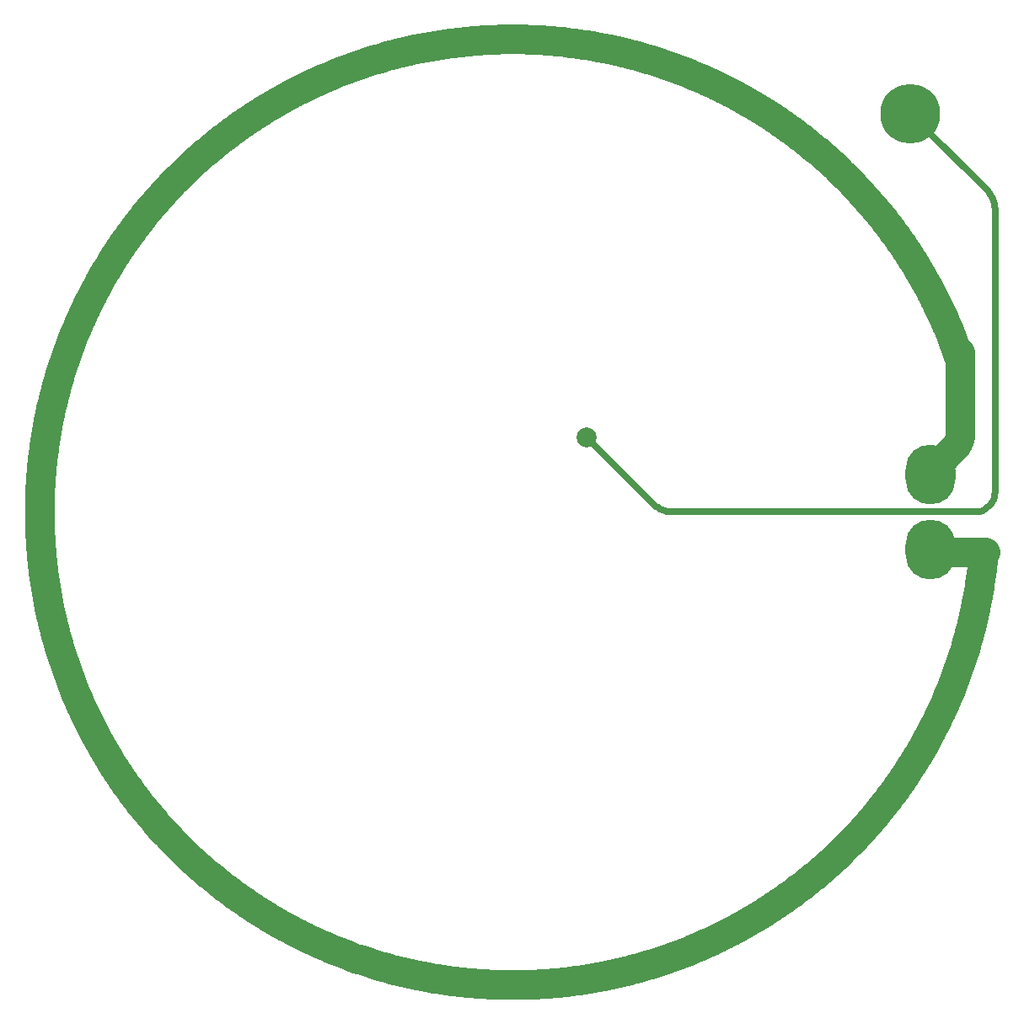
<source format=gbl>
G04 Layer_Physical_Order=2*
G04 Layer_Color=16711680*
%FSLAX25Y25*%
%MOIN*%
G70*
G01*
G75*
%ADD10C,0.07874*%
%ADD11C,0.02756*%
%ADD12C,0.11811*%
%ADD13O,0.19685X0.23622*%
%ADD14C,0.23622*%
D10*
X29528Y29528D02*
D03*
D11*
X190945Y119874D02*
X190897Y120854D01*
X190753Y121825D01*
X190514Y122776D01*
X190184Y123700D01*
X189764Y124588D01*
X189260Y125429D01*
X188675Y126217D01*
X188016Y126945D01*
X183071Y0D02*
X184099Y67D01*
X185109Y268D01*
X186084Y599D01*
X187008Y1055D01*
X187864Y1627D01*
X188639Y2306D01*
X189318Y3081D01*
X189890Y3937D01*
X190346Y4861D01*
X190677Y5836D01*
X190877Y6846D01*
X190945Y7874D01*
X56126Y2929D02*
X56853Y2270D01*
X57642Y1685D01*
X58483Y1181D01*
X59370Y761D01*
X60294Y431D01*
X61246Y192D01*
X62217Y48D01*
X63197Y0D01*
X160433Y154527D02*
X188016Y126945D01*
X190945Y45276D02*
Y119874D01*
Y7874D02*
Y45276D01*
X173228Y0D02*
X183071D01*
X63197D02*
X173228D01*
X29528Y29528D02*
X56126Y2929D01*
D12*
X163386Y13780D02*
X164313Y13871D01*
X165205Y14141D01*
X166026Y14580D01*
X166746Y15171D01*
X174236Y24630D02*
X174896Y25357D01*
X175480Y26145D01*
X175985Y26987D01*
X176404Y27874D01*
X176735Y28798D01*
X176973Y29750D01*
X177117Y30721D01*
X177165Y31701D01*
X176602Y61513D02*
X176270Y62457D01*
X175933Y63399D01*
X175592Y64339D01*
X175245Y65277D01*
X174893Y66214D01*
X174537Y67149D01*
X174175Y68081D01*
X173808Y69012D01*
X173436Y69941D01*
X173060Y70868D01*
X172678Y71793D01*
X172292Y72715D01*
X171900Y73636D01*
X171504Y74555D01*
X171103Y75471D01*
X170696Y76385D01*
X170285Y77297D01*
X169869Y78207D01*
X169449Y79115D01*
X169023Y80020D01*
X168593Y80923D01*
X168157Y81824D01*
X167717Y82722D01*
X167272Y83618D01*
X166822Y84512D01*
X166368Y85403D01*
X165909Y86292D01*
X165445Y87178D01*
X164976Y88062D01*
X164503Y88943D01*
X164024Y89822D01*
X163541Y90698D01*
X163054Y91572D01*
X162562Y92443D01*
X162065Y93311D01*
X161563Y94177D01*
X161057Y95039D01*
X160547Y95900D01*
X160031Y96757D01*
X159511Y97612D01*
X158987Y98464D01*
X158458Y99313D01*
X157924Y100159D01*
X157386Y101003D01*
X156844Y101843D01*
X156297Y102681D01*
X155745Y103515D01*
X155189Y104347D01*
X154629Y105176D01*
X154064Y106001D01*
X153495Y106824D01*
X152921Y107644D01*
X152343Y108460D01*
X151760Y109274D01*
X151174Y110084D01*
X150583Y110891D01*
X149987Y111695D01*
X149388Y112496D01*
X148784Y113293D01*
X148176Y114087D01*
X147563Y114878D01*
X146947Y115666D01*
X146326Y116451D01*
X145701Y117232D01*
X145071Y118009D01*
X144438Y118784D01*
X143800Y119555D01*
X143159Y120323D01*
X142513Y121087D01*
X141863Y121847D01*
X141209Y122604D01*
X140552Y123358D01*
X139890Y124108D01*
X139224Y124855D01*
X138554Y125598D01*
X137880Y126337D01*
X137202Y127073D01*
X136520Y127805D01*
X135835Y128533D01*
X135145Y129258D01*
X134452Y129980D01*
X133755Y130697D01*
X133054Y131411D01*
X132349Y132120D01*
X131640Y132826D01*
X130927Y133529D01*
X130211Y134227D01*
X129491Y134922D01*
X128768Y135613D01*
X128040Y136300D01*
X127309Y136983D01*
X126575Y137662D01*
X125837Y138337D01*
X125095Y139008D01*
X124349Y139675D01*
X123600Y140339D01*
X122848Y140998D01*
X122092Y141653D01*
X121332Y142304D01*
X120569Y142951D01*
X119803Y143594D01*
X119033Y144233D01*
X118260Y144868D01*
X117483Y145498D01*
X116703Y146124D01*
X115920Y146747D01*
X115133Y147365D01*
X114343Y147978D01*
X113550Y148588D01*
X112753Y149193D01*
X111953Y149794D01*
X111151Y150391D01*
X110344Y150984D01*
X109535Y151572D01*
X108723Y152155D01*
X107907Y152735D01*
X107089Y153310D01*
X106267Y153881D01*
X105442Y154447D01*
X104614Y155009D01*
X103784Y155566D01*
X102950Y156119D01*
X102113Y156668D01*
X101274Y157212D01*
X100432Y157751D01*
X99586Y158286D01*
X98738Y158817D01*
X97887Y159343D01*
X97033Y159864D01*
X96176Y160381D01*
X95317Y160893D01*
X94455Y161401D01*
X93590Y161904D01*
X92723Y162402D01*
X91853Y162896D01*
X90980Y163385D01*
X90105Y163869D01*
X89227Y164349D01*
X88346Y164824D01*
X87463Y165294D01*
X86578Y165760D01*
X85690Y166220D01*
X84799Y166676D01*
X83907Y167128D01*
X83011Y167574D01*
X82114Y168016D01*
X81214Y168453D01*
X80312Y168885D01*
X79407Y169312D01*
X78500Y169734D01*
X77591Y170152D01*
X76680Y170564D01*
X75766Y170972D01*
X74850Y171375D01*
X73932Y171773D01*
X73013Y172166D01*
X72091Y172554D01*
X71166Y172937D01*
X70240Y173316D01*
X69312Y173689D01*
X68382Y174057D01*
X67450Y174420D01*
X66516Y174779D01*
X65580Y175132D01*
X64642Y175480D01*
X63702Y175824D01*
X62761Y176162D01*
X61818Y176495D01*
X60873Y176823D01*
X59926Y177146D01*
X58978Y177464D01*
X58027Y177777D01*
X57075Y178085D01*
X56122Y178388D01*
X55167Y178686D01*
X54210Y178978D01*
X53252Y179266D01*
X52292Y179548D01*
X51331Y179825D01*
X50368Y180097D01*
X49404Y180364D01*
X48439Y180626D01*
X47472Y180882D01*
X46503Y181134D01*
X45534Y181380D01*
X44563Y181621D01*
X43591Y181857D01*
X42617Y182087D01*
X41642Y182313D01*
X40667Y182533D01*
X39690Y182748D01*
X38711Y182957D01*
X37732Y183162D01*
X36752Y183361D01*
X35770Y183555D01*
X34788Y183744D01*
X33805Y183927D01*
X32820Y184105D01*
X31835Y184278D01*
X30849Y184446D01*
X29861Y184608D01*
X28873Y184766D01*
X27885Y184917D01*
X26895Y185064D01*
X25905Y185205D01*
X24914Y185341D01*
X23922Y185472D01*
X22929Y185597D01*
X21936Y185717D01*
X20942Y185832D01*
X19948Y185941D01*
X18953Y186045D01*
X17957Y186144D01*
X16961Y186237D01*
X15965Y186325D01*
X14968Y186408D01*
X13970Y186485D01*
X12973Y186557D01*
X11974Y186624D01*
X10976Y186686D01*
X9977Y186741D01*
X8978Y186792D01*
X7979Y186838D01*
X6979Y186878D01*
X5979Y186912D01*
X4979Y186942D01*
X3979Y186966D01*
X2979Y186984D01*
X1979Y186997D01*
X978Y187005D01*
X-22Y187008D01*
X-1023Y187005D01*
X-2023Y186997D01*
X-3023Y186983D01*
X-4023Y186965D01*
X-5023Y186940D01*
X-6024Y186911D01*
X-7023Y186876D01*
X-8023Y186836D01*
X-9022Y186790D01*
X-10021Y186739D01*
X-11020Y186683D01*
X-12019Y186621D01*
X-13017Y186554D01*
X-14015Y186482D01*
X-15012Y186404D01*
X-16009Y186321D01*
X-17005Y186233D01*
X-18001Y186140D01*
X-18997Y186040D01*
X-19992Y185936D01*
X-20986Y185827D01*
X-21980Y185712D01*
X-22973Y185591D01*
X-23966Y185466D01*
X-24957Y185335D01*
X-25949Y185199D01*
X-26939Y185057D01*
X-27928Y184911D01*
X-28917Y184759D01*
X-29905Y184601D01*
X-30892Y184439D01*
X-31878Y184271D01*
X-32864Y184098D01*
X-33848Y183919D01*
X-34832Y183735D01*
X-35814Y183546D01*
X-36795Y183352D01*
X-37775Y183153D01*
X-38755Y182948D01*
X-39733Y182738D01*
X-40710Y182523D01*
X-41686Y182303D01*
X-42660Y182077D01*
X-43634Y181846D01*
X-44606Y181610D01*
X-45577Y181369D01*
X-46546Y181123D01*
X-47515Y180871D01*
X-48481Y180614D01*
X-49447Y180352D01*
X-50411Y180085D01*
X-51374Y179813D01*
X-52335Y179535D01*
X-53294Y179253D01*
X-54253Y178965D01*
X-55209Y178673D01*
X-56164Y178375D01*
X-57118Y178072D01*
X-58069Y177764D01*
X-59020Y177450D01*
X-59968Y177132D01*
X-60915Y176809D01*
X-61860Y176480D01*
X-62803Y176147D01*
X-63744Y175809D01*
X-64684Y175465D01*
X-65622Y175116D01*
X-66557Y174763D01*
X-67491Y174404D01*
X-68423Y174041D01*
X-69353Y173672D01*
X-70281Y173299D01*
X-71207Y172920D01*
X-72131Y172537D01*
X-73053Y172149D01*
X-73973Y171755D01*
X-74891Y171357D01*
X-75807Y170954D01*
X-76720Y170546D01*
X-77631Y170133D01*
X-78540Y169716D01*
X-79447Y169293D01*
X-80352Y168866D01*
X-81254Y168433D01*
X-82154Y167996D01*
X-83051Y167554D01*
X-83946Y167108D01*
X-84839Y166656D01*
X-85729Y166200D01*
X-86617Y165739D01*
X-87502Y165273D01*
X-88385Y164803D01*
X-89266Y164328D01*
X-90144Y163848D01*
X-91019Y163363D01*
X-91891Y162874D01*
X-92761Y162380D01*
X-93629Y161881D01*
X-94493Y161378D01*
X-95355Y160871D01*
X-96214Y160358D01*
X-97071Y159841D01*
X-97925Y159320D01*
X-98775Y158793D01*
X-99623Y158263D01*
X-100469Y157728D01*
X-101311Y157188D01*
X-102150Y156644D01*
X-102987Y156095D01*
X-103820Y155542D01*
X-104651Y154984D01*
X-105479Y154422D01*
X-106303Y153856D01*
X-107125Y153285D01*
X-107943Y152710D01*
X-108758Y152130D01*
X-109571Y151546D01*
X-110380Y150958D01*
X-111186Y150365D01*
X-111989Y149768D01*
X-112788Y149167D01*
X-113585Y148561D01*
X-114378Y147952D01*
X-115167Y147338D01*
X-115954Y146720D01*
X-116737Y146097D01*
X-117517Y145470D01*
X-118294Y144840D01*
X-119067Y144205D01*
X-119836Y143566D01*
X-120603Y142923D01*
X-121366Y142276D01*
X-122125Y141624D01*
X-122881Y140969D01*
X-123633Y140310D01*
X-124382Y139646D01*
X-125127Y138979D01*
X-125869Y138307D01*
X-126607Y137632D01*
X-127341Y136953D01*
X-128072Y136270D01*
X-128799Y135583D01*
X-129523Y134892D01*
X-130243Y134197D01*
X-130959Y133498D01*
X-131671Y132796D01*
X-132379Y132090D01*
X-133084Y131379D01*
X-133785Y130666D01*
X-134482Y129948D01*
X-135175Y129227D01*
X-135865Y128502D01*
X-136550Y127773D01*
X-137232Y127041D01*
X-137909Y126305D01*
X-138583Y125566D01*
X-139253Y124822D01*
X-139918Y124076D01*
X-140580Y123325D01*
X-141238Y122572D01*
X-141892Y121814D01*
X-142541Y121054D01*
X-143187Y120289D01*
X-143828Y119522D01*
X-144465Y118751D01*
X-145099Y117976D01*
X-145728Y117198D01*
X-146353Y116417D01*
X-146973Y115632D01*
X-147590Y114844D01*
X-148202Y114053D01*
X-148810Y113259D01*
X-149414Y112461D01*
X-150013Y111660D01*
X-150608Y110856D01*
X-151199Y110049D01*
X-151786Y109238D01*
X-152368Y108425D01*
X-152946Y107608D01*
X-153519Y106789D01*
X-154088Y105966D01*
X-154653Y105140D01*
X-155213Y104311D01*
X-155769Y103479D01*
X-156320Y102645D01*
X-156867Y101807D01*
X-157410Y100966D01*
X-157947Y100123D01*
X-158481Y99276D01*
X-159010Y98427D01*
X-159534Y97575D01*
X-160054Y96720D01*
X-160569Y95863D01*
X-161079Y95002D01*
X-161585Y94139D01*
X-162086Y93274D01*
X-162583Y92405D01*
X-163075Y91534D01*
X-163562Y90661D01*
X-164045Y89784D01*
X-164523Y88905D01*
X-164996Y88024D01*
X-165465Y87140D01*
X-165928Y86254D01*
X-166387Y85365D01*
X-166842Y84474D01*
X-167291Y83580D01*
X-167736Y82684D01*
X-168176Y81785D01*
X-168611Y80884D01*
X-169041Y79981D01*
X-169467Y79076D01*
X-169887Y78168D01*
X-170303Y77258D01*
X-170714Y76346D01*
X-171120Y75432D01*
X-171521Y74515D01*
X-171917Y73597D01*
X-172308Y72676D01*
X-172695Y71753D01*
X-173076Y70828D01*
X-173452Y69902D01*
X-173824Y68973D01*
X-174190Y68042D01*
X-174552Y67109D01*
X-174908Y66174D01*
X-175260Y65238D01*
X-175606Y64299D01*
X-175948Y63359D01*
X-176284Y62417D01*
X-176616Y61473D01*
X-176942Y60527D01*
X-177263Y59580D01*
X-177579Y58631D01*
X-177890Y57680D01*
X-178196Y56727D01*
X-178497Y55773D01*
X-178793Y54818D01*
X-179084Y53860D01*
X-179369Y52902D01*
X-179650Y51941D01*
X-179925Y50980D01*
X-180195Y50016D01*
X-180460Y49052D01*
X-180720Y48086D01*
X-180975Y47118D01*
X-181224Y46149D01*
X-181468Y45179D01*
X-181708Y44208D01*
X-181941Y43235D01*
X-182170Y42261D01*
X-182394Y41286D01*
X-182612Y40310D01*
X-182825Y39332D01*
X-183033Y38354D01*
X-183235Y37374D01*
X-183432Y36393D01*
X-183624Y35412D01*
X-183811Y34429D01*
X-183993Y33445D01*
X-184169Y32460D01*
X-184340Y31475D01*
X-184506Y30488D01*
X-184666Y29500D01*
X-184821Y28512D01*
X-184971Y27523D01*
X-185116Y26533D01*
X-185255Y25543D01*
X-185389Y24551D01*
X-185518Y23559D01*
X-185641Y22566D01*
X-185759Y21573D01*
X-185872Y20579D01*
X-185980Y19584D01*
X-186082Y18589D01*
X-186178Y17594D01*
X-186270Y16597D01*
X-186356Y15601D01*
X-186437Y14604D01*
X-186512Y13606D01*
X-186582Y12608D01*
X-186647Y11610D01*
X-186707Y10611D01*
X-186761Y9612D01*
X-186809Y8613D01*
X-186853Y7614D01*
X-186891Y6614D01*
X-186924Y5614D01*
X-186951Y4614D01*
X-186973Y3614D01*
X-186990Y2613D01*
X-187001Y1613D01*
X-187007Y613D01*
X-187007Y-388D01*
X-187003Y-1388D01*
X-186993Y-2388D01*
X-186977Y-3389D01*
X-186956Y-4389D01*
X-186930Y-5389D01*
X-186899Y-6389D01*
X-186862Y-7389D01*
X-186820Y-8388D01*
X-186772Y-9387D01*
X-186719Y-10386D01*
X-186661Y-11385D01*
X-186597Y-12383D01*
X-186529Y-13381D01*
X-186454Y-14379D01*
X-186375Y-15376D01*
X-186290Y-16373D01*
X-186199Y-17369D01*
X-186104Y-18365D01*
X-186003Y-19360D01*
X-185897Y-20355D01*
X-185785Y-21349D01*
X-185668Y-22343D01*
X-185546Y-23336D01*
X-185419Y-24328D01*
X-185286Y-25319D01*
X-185148Y-26310D01*
X-185004Y-27300D01*
X-184856Y-28290D01*
X-184702Y-29278D01*
X-184543Y-30266D01*
X-184378Y-31253D01*
X-184208Y-32239D01*
X-184033Y-33223D01*
X-183853Y-34207D01*
X-183667Y-35190D01*
X-183476Y-36173D01*
X-183280Y-37153D01*
X-183079Y-38133D01*
X-182872Y-39112D01*
X-182660Y-40090D01*
X-182443Y-41067D01*
X-182221Y-42042D01*
X-181993Y-43016D01*
X-181761Y-43989D01*
X-181523Y-44961D01*
X-181280Y-45931D01*
X-181031Y-46900D01*
X-180778Y-47868D01*
X-180519Y-48834D01*
X-180255Y-49799D01*
X-179986Y-50763D01*
X-179712Y-51725D01*
X-179433Y-52686D01*
X-179148Y-53645D01*
X-178859Y-54602D01*
X-178564Y-55558D01*
X-178265Y-56513D01*
X-177960Y-57465D01*
X-177650Y-58417D01*
X-177335Y-59366D01*
X-177015Y-60314D01*
X-176689Y-61260D01*
X-176359Y-62204D01*
X-176024Y-63147D01*
X-175684Y-64088D01*
X-175338Y-65026D01*
X-174988Y-65964D01*
X-174633Y-66899D01*
X-174272Y-67832D01*
X-173907Y-68763D01*
X-173536Y-69693D01*
X-173161Y-70620D01*
X-172781Y-71545D01*
X-172396Y-72469D01*
X-172005Y-73390D01*
X-171610Y-74309D01*
X-171211Y-75226D01*
X-170806Y-76140D01*
X-170396Y-77053D01*
X-169981Y-77964D01*
X-169562Y-78872D01*
X-169137Y-79778D01*
X-168708Y-80681D01*
X-168274Y-81583D01*
X-167835Y-82482D01*
X-167392Y-83378D01*
X-166943Y-84273D01*
X-166490Y-85164D01*
X-166032Y-86054D01*
X-165569Y-86941D01*
X-165102Y-87825D01*
X-164630Y-88707D01*
X-164153Y-89587D01*
X-163671Y-90464D01*
X-163185Y-91338D01*
X-162694Y-92209D01*
X-162198Y-93078D01*
X-161698Y-93945D01*
X-161193Y-94808D01*
X-160684Y-95669D01*
X-160170Y-96528D01*
X-159651Y-97383D01*
X-159128Y-98236D01*
X-158600Y-99085D01*
X-158068Y-99932D01*
X-157531Y-100777D01*
X-156990Y-101618D01*
X-156444Y-102456D01*
X-155893Y-103292D01*
X-155339Y-104124D01*
X-154779Y-104954D01*
X-154216Y-105780D01*
X-153648Y-106604D01*
X-153075Y-107424D01*
X-152498Y-108241D01*
X-151917Y-109056D01*
X-151332Y-109867D01*
X-150742Y-110675D01*
X-150147Y-111479D01*
X-149549Y-112281D01*
X-148946Y-113080D01*
X-148339Y-113875D01*
X-147728Y-114667D01*
X-147112Y-115455D01*
X-146493Y-116241D01*
X-145869Y-117023D01*
X-145241Y-117801D01*
X-144608Y-118576D01*
X-143972Y-119348D01*
X-143331Y-120117D01*
X-142687Y-120882D01*
X-142038Y-121643D01*
X-141385Y-122401D01*
X-140729Y-123156D01*
X-140068Y-123907D01*
X-139403Y-124655D01*
X-138734Y-125399D01*
X-138061Y-126139D01*
X-137384Y-126876D01*
X-136704Y-127609D01*
X-136019Y-128338D01*
X-135331Y-129064D01*
X-134638Y-129786D01*
X-133942Y-130505D01*
X-133242Y-131219D01*
X-132538Y-131930D01*
X-131831Y-132637D01*
X-131119Y-133341D01*
X-130404Y-134040D01*
X-129685Y-134736D01*
X-128963Y-135427D01*
X-128236Y-136116D01*
X-127506Y-136800D01*
X-126773Y-137480D01*
X-126035Y-138156D01*
X-125294Y-138828D01*
X-124550Y-139496D01*
X-123802Y-140161D01*
X-123050Y-140821D01*
X-122295Y-141477D01*
X-121537Y-142129D01*
X-120775Y-142778D01*
X-120009Y-143421D01*
X-119240Y-144061D01*
X-118468Y-144697D01*
X-117692Y-145329D01*
X-116913Y-145956D01*
X-116131Y-146580D01*
X-115345Y-147199D01*
X-114556Y-147814D01*
X-113763Y-148424D01*
X-112968Y-149031D01*
X-112169Y-149633D01*
X-111367Y-150231D01*
X-110562Y-150825D01*
X-109753Y-151414D01*
X-108942Y-151999D01*
X-108127Y-152579D01*
X-107309Y-153156D01*
X-106488Y-153728D01*
X-105664Y-154295D01*
X-104838Y-154858D01*
X-104008Y-155417D01*
X-103175Y-155971D01*
X-102339Y-156521D01*
X-101500Y-157066D01*
X-100659Y-157606D01*
X-99814Y-158143D01*
X-98966Y-158674D01*
X-98116Y-159202D01*
X-97263Y-159724D01*
X-96407Y-160242D01*
X-95549Y-160756D01*
X-94687Y-161265D01*
X-93823Y-161769D01*
X-92957Y-162268D01*
X-92087Y-162763D01*
X-91215Y-163253D01*
X-90341Y-163739D01*
X-89464Y-164220D01*
X-88584Y-164696D01*
X-87701Y-165168D01*
X-86817Y-165635D01*
X-85929Y-166097D01*
X-85040Y-166554D01*
X-84147Y-167007D01*
X-83253Y-167454D01*
X-82356Y-167897D01*
X-81456Y-168335D01*
X-80555Y-168769D01*
X-79651Y-169197D01*
X-78745Y-169621D01*
X-77836Y-170040D01*
X-76925Y-170454D01*
X-76012Y-170863D01*
X-75097Y-171267D01*
X-74180Y-171666D01*
X-73261Y-172061D01*
X-72339Y-172450D01*
X-71416Y-172835D01*
X-70490Y-173214D01*
X-69562Y-173589D01*
X-68633Y-173958D01*
X-67701Y-174323D01*
X-66768Y-174683D01*
X-65832Y-175037D01*
X-64895Y-175387D01*
X-63956Y-175732D01*
X-63015Y-176071D01*
X-62072Y-176406D01*
X-61128Y-176735D01*
X-60181Y-177060D01*
X-59233Y-177379D01*
X-58283Y-177693D01*
X-57332Y-178003D01*
X-56379Y-178307D01*
X-55424Y-178606D01*
X-54468Y-178900D01*
X-53510Y-179189D01*
X-52551Y-179472D01*
X-51590Y-179751D01*
X-50628Y-180024D01*
X-49664Y-180293D01*
X-48699Y-180556D01*
X-47732Y-180814D01*
X-46764Y-181066D01*
X-45795Y-181314D01*
X-44824Y-181556D01*
X-43852Y-181794D01*
X-42879Y-182026D01*
X-41905Y-182252D01*
X-40929Y-182474D01*
X-39953Y-182690D01*
X-38975Y-182901D01*
X-37996Y-183107D01*
X-37016Y-183308D01*
X-36034Y-183503D01*
X-35052Y-183694D01*
X-34069Y-183878D01*
X-33085Y-184058D01*
X-32100Y-184232D01*
X-31113Y-184401D01*
X-30127Y-184565D01*
X-29139Y-184724D01*
X-28150Y-184877D01*
X-27161Y-185025D01*
X-26171Y-185168D01*
X-25179Y-185305D01*
X-24188Y-185437D01*
X-23195Y-185564D01*
X-22202Y-185685D01*
X-21209Y-185801D01*
X-20214Y-185912D01*
X-19219Y-186018D01*
X-18224Y-186118D01*
X-17228Y-186213D01*
X-16232Y-186302D01*
X-15235Y-186386D01*
X-14238Y-186465D01*
X-13240Y-186539D01*
X-12242Y-186607D01*
X-11243Y-186670D01*
X-10244Y-186727D01*
X-9245Y-186779D01*
X-8246Y-186826D01*
X-7246Y-186867D01*
X-6247Y-186904D01*
X-5247Y-186934D01*
X-4247Y-186960D01*
X-3246Y-186980D01*
X-2246Y-186994D01*
X-1245Y-187004D01*
X-245Y-187008D01*
X755Y-187006D01*
X1756Y-187000D01*
X2756Y-186988D01*
X3757Y-186970D01*
X4757Y-186947D01*
X5757Y-186919D01*
X6757Y-186886D01*
X7756Y-186847D01*
X8756Y-186803D01*
X9755Y-186753D01*
X10754Y-186698D01*
X11753Y-186638D01*
X12751Y-186573D01*
X13749Y-186502D01*
X14746Y-186426D01*
X15743Y-186344D01*
X16740Y-186257D01*
X17736Y-186165D01*
X18732Y-186067D01*
X19727Y-185965D01*
X20722Y-185856D01*
X21716Y-185743D01*
X22709Y-185624D01*
X23702Y-185500D01*
X24694Y-185370D01*
X25685Y-185236D01*
X26676Y-185096D01*
X27666Y-184950D01*
X28655Y-184800D01*
X29643Y-184644D01*
X30630Y-184482D01*
X31617Y-184316D01*
X32602Y-184144D01*
X33587Y-183967D01*
X34571Y-183785D01*
X35553Y-183597D01*
X36535Y-183404D01*
X37516Y-183206D01*
X38495Y-183003D01*
X39474Y-182794D01*
X40451Y-182580D01*
X41427Y-182361D01*
X42402Y-182137D01*
X43376Y-181908D01*
X44348Y-181673D01*
X45320Y-181433D01*
X46290Y-181188D01*
X47258Y-180938D01*
X48226Y-180683D01*
X49192Y-180422D01*
X50156Y-180156D01*
X51119Y-179885D01*
X52081Y-179609D01*
X53041Y-179328D01*
X54000Y-179042D01*
X54957Y-178750D01*
X55912Y-178454D01*
X56866Y-178152D01*
X57818Y-177846D01*
X58769Y-177534D01*
X59718Y-177217D01*
X60665Y-176895D01*
X61610Y-176568D01*
X62554Y-176235D01*
X63496Y-175898D01*
X64436Y-175556D01*
X65374Y-175209D01*
X66311Y-174857D01*
X67245Y-174499D01*
X68178Y-174137D01*
X69108Y-173770D01*
X70037Y-173398D01*
X70964Y-173021D01*
X71888Y-172638D01*
X72811Y-172251D01*
X73731Y-171859D01*
X74650Y-171463D01*
X75566Y-171061D01*
X76480Y-170654D01*
X77392Y-170242D01*
X78301Y-169826D01*
X79209Y-169405D01*
X80114Y-168978D01*
X81017Y-168547D01*
X81917Y-168112D01*
X82815Y-167671D01*
X83711Y-167226D01*
X84605Y-166775D01*
X85496Y-166320D01*
X86384Y-165860D01*
X87270Y-165396D01*
X88154Y-164927D01*
X89035Y-164453D01*
X89913Y-163974D01*
X90789Y-163491D01*
X91663Y-163003D01*
X92533Y-162510D01*
X93401Y-162013D01*
X94267Y-161511D01*
X95130Y-161004D01*
X95990Y-160493D01*
X96847Y-159977D01*
X97701Y-159457D01*
X98553Y-158932D01*
X99402Y-158402D01*
X100248Y-157868D01*
X101091Y-157330D01*
X101931Y-156787D01*
X102768Y-156239D01*
X103603Y-155687D01*
X104434Y-155131D01*
X105262Y-154570D01*
X106088Y-154004D01*
X106910Y-153435D01*
X107729Y-152860D01*
X108546Y-152282D01*
X109359Y-151699D01*
X110169Y-151112D01*
X110976Y-150520D01*
X111779Y-149924D01*
X112580Y-149324D01*
X113377Y-148720D01*
X114171Y-148111D01*
X114962Y-147498D01*
X115749Y-146881D01*
X116533Y-146260D01*
X117314Y-145634D01*
X118091Y-145005D01*
X118866Y-144371D01*
X119636Y-143733D01*
X120403Y-143091D01*
X121167Y-142445D01*
X121927Y-141794D01*
X122684Y-141140D01*
X123438Y-140482D01*
X124187Y-139819D01*
X124934Y-139153D01*
X125676Y-138483D01*
X126415Y-137808D01*
X127151Y-137130D01*
X127883Y-136448D01*
X128611Y-135762D01*
X129335Y-135072D01*
X130056Y-134378D01*
X130773Y-133680D01*
X131486Y-132979D01*
X132196Y-132273D01*
X132901Y-131564D01*
X133603Y-130851D01*
X134301Y-130135D01*
X134996Y-129414D01*
X135686Y-128690D01*
X136373Y-127963D01*
X137055Y-127231D01*
X137734Y-126496D01*
X138409Y-125758D01*
X139079Y-125015D01*
X139746Y-124270D01*
X140409Y-123520D01*
X141068Y-122767D01*
X141723Y-122011D01*
X142373Y-121251D01*
X143020Y-120487D01*
X143663Y-119721D01*
X144301Y-118950D01*
X144935Y-118177D01*
X145565Y-117400D01*
X146191Y-116619D01*
X146813Y-115835D01*
X147431Y-115048D01*
X148044Y-114258D01*
X148653Y-113464D01*
X149258Y-112668D01*
X149859Y-111867D01*
X150455Y-111064D01*
X151047Y-110258D01*
X151635Y-109448D01*
X152218Y-108635D01*
X152797Y-107819D01*
X153372Y-107000D01*
X153942Y-106178D01*
X154508Y-105353D01*
X155069Y-104525D01*
X155626Y-103694D01*
X156178Y-102860D01*
X156727Y-102023D01*
X157270Y-101183D01*
X157809Y-100340D01*
X158344Y-99495D01*
X158874Y-98646D01*
X159399Y-97795D01*
X159920Y-96941D01*
X160436Y-96084D01*
X160948Y-95224D01*
X161455Y-94362D01*
X161958Y-93497D01*
X162456Y-92629D01*
X162949Y-91759D01*
X163437Y-90886D01*
X163921Y-90010D01*
X164400Y-89132D01*
X164875Y-88251D01*
X165345Y-87367D01*
X165810Y-86482D01*
X166270Y-85593D01*
X166726Y-84703D01*
X167176Y-83810D01*
X167622Y-82914D01*
X168063Y-82016D01*
X168500Y-81116D01*
X168931Y-80213D01*
X169358Y-79308D01*
X169780Y-78401D01*
X170197Y-77492D01*
X170609Y-76580D01*
X171016Y-75666D01*
X171419Y-74750D01*
X171816Y-73832D01*
X172208Y-72912D01*
X172596Y-71990D01*
X172979Y-71065D01*
X173356Y-70139D01*
X173729Y-69211D01*
X174097Y-68280D01*
X174460Y-67348D01*
X174818Y-66413D01*
X175170Y-65477D01*
X175518Y-64539D01*
X175861Y-63599D01*
X176199Y-62658D01*
X176531Y-61714D01*
X176859Y-60769D01*
X177181Y-59822D01*
X177499Y-58873D01*
X177811Y-57923D01*
X178119Y-56971D01*
X178421Y-56017D01*
X178718Y-55062D01*
X179010Y-54105D01*
X179297Y-53146D01*
X179579Y-52186D01*
X179855Y-51225D01*
X180127Y-50262D01*
X180393Y-49298D01*
X180654Y-48332D01*
X180910Y-47365D01*
X181161Y-46396D01*
X181407Y-45426D01*
X181647Y-44455D01*
X181882Y-43483D01*
X182112Y-42509D01*
X182337Y-41534D01*
X182557Y-40558D01*
X182771Y-39581D01*
X182980Y-38603D01*
X183184Y-37623D01*
X183383Y-36643D01*
X183576Y-35661D01*
X183764Y-34679D01*
X183947Y-33695D01*
X184125Y-32710D01*
X184297Y-31725D01*
X184464Y-30739D01*
X184626Y-29751D01*
X184783Y-28763D01*
X184934Y-27774D01*
X185080Y-26785D01*
X185220Y-25794D01*
X185356Y-24803D01*
X185486Y-23811D01*
X185610Y-22818D01*
X185730Y-21825D01*
X185844Y-20831D01*
X185953Y-19837D01*
X186056Y-18841D01*
X186154Y-17846D01*
X186247Y-16850D01*
X186334Y-15860D01*
X166746Y15171D02*
X167323Y15748D01*
X163386Y13780D02*
X174236Y24630D01*
X177165Y31701D02*
Y62992D01*
X161417Y-15748D02*
X187008D01*
D13*
X165354Y-14764D02*
D03*
Y14764D02*
D03*
D14*
X157480Y157480D02*
D03*
M02*

</source>
